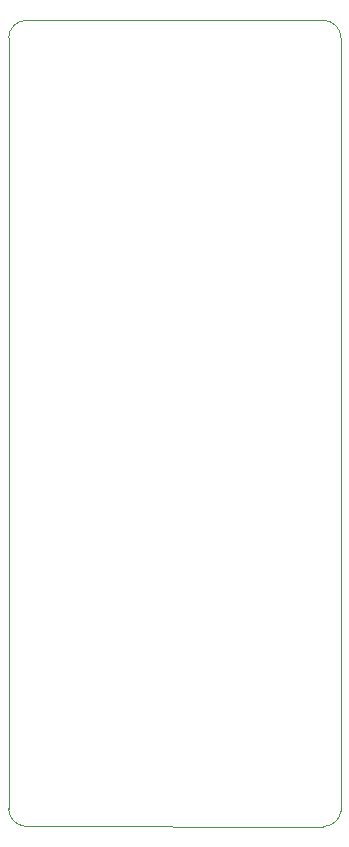
<source format=gbr>
%TF.GenerationSoftware,KiCad,Pcbnew,5.1.5+dfsg1-2build2*%
%TF.CreationDate,2021-10-10T13:01:52+05:30*%
%TF.ProjectId,USBee32-S2,55534265-6533-4322-9d53-322e6b696361,rev?*%
%TF.SameCoordinates,Original*%
%TF.FileFunction,Profile,NP*%
%FSLAX46Y46*%
G04 Gerber Fmt 4.6, Leading zero omitted, Abs format (unit mm)*
G04 Created by KiCad (PCBNEW 5.1.5+dfsg1-2build2) date 2021-10-10 13:01:52*
%MOMM*%
%LPD*%
G04 APERTURE LIST*
%ADD10C,0.050000*%
G04 APERTURE END LIST*
D10*
X165820000Y-57920000D02*
X165821043Y-123159784D01*
X167150000Y-124650000D02*
X192469784Y-124678957D01*
X167150000Y-124650000D02*
G75*
G02X165821043Y-123159784I171043J1490216D01*
G01*
X193960000Y-57920000D02*
X193960000Y-123350000D01*
X167320000Y-56420000D02*
X192458560Y-56418980D01*
X193960000Y-123350000D02*
G75*
G02X192469784Y-124678957I-1490216J171043D01*
G01*
X165820000Y-57920000D02*
G75*
G02X167320000Y-56420000I1500000J0D01*
G01*
X192458560Y-56418980D02*
G75*
G02X193960000Y-57920000I0J-1501440D01*
G01*
M02*

</source>
